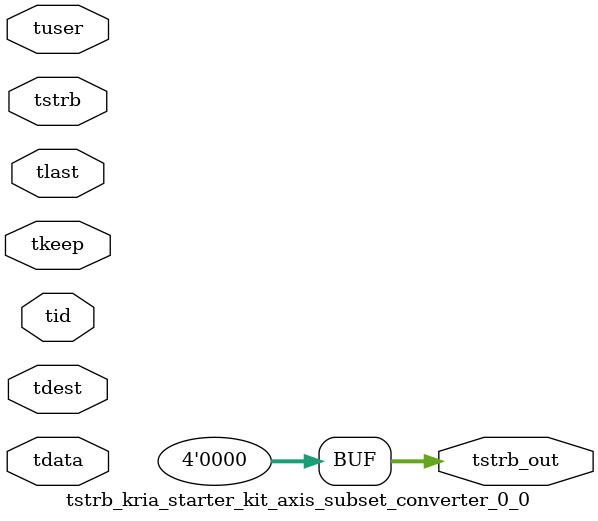
<source format=v>


`timescale 1ps/1ps

module tstrb_kria_starter_kit_axis_subset_converter_0_0 #
(
parameter C_S_AXIS_TDATA_WIDTH = 32,
parameter C_S_AXIS_TUSER_WIDTH = 0,
parameter C_S_AXIS_TID_WIDTH   = 0,
parameter C_S_AXIS_TDEST_WIDTH = 0,
parameter C_M_AXIS_TDATA_WIDTH = 32
)
(
input  [(C_S_AXIS_TDATA_WIDTH == 0 ? 1 : C_S_AXIS_TDATA_WIDTH)-1:0     ] tdata,
input  [(C_S_AXIS_TUSER_WIDTH == 0 ? 1 : C_S_AXIS_TUSER_WIDTH)-1:0     ] tuser,
input  [(C_S_AXIS_TID_WIDTH   == 0 ? 1 : C_S_AXIS_TID_WIDTH)-1:0       ] tid,
input  [(C_S_AXIS_TDEST_WIDTH == 0 ? 1 : C_S_AXIS_TDEST_WIDTH)-1:0     ] tdest,
input  [(C_S_AXIS_TDATA_WIDTH/8)-1:0 ] tkeep,
input  [(C_S_AXIS_TDATA_WIDTH/8)-1:0 ] tstrb,
input                                                                    tlast,
output [(C_M_AXIS_TDATA_WIDTH/8)-1:0 ] tstrb_out
);

assign tstrb_out = {1'b0};

endmodule


</source>
